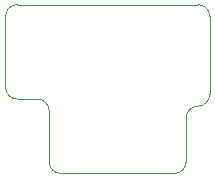
<source format=gbr>
%TF.GenerationSoftware,KiCad,Pcbnew,8.0.4*%
%TF.CreationDate,2024-08-31T12:15:00-06:00*%
%TF.ProjectId,MultiOut,4d756c74-694f-4757-942e-6b696361645f,1*%
%TF.SameCoordinates,Original*%
%TF.FileFunction,Profile,NP*%
%FSLAX46Y46*%
G04 Gerber Fmt 4.6, Leading zero omitted, Abs format (unit mm)*
G04 Created by KiCad (PCBNEW 8.0.4) date 2024-08-31 12:15:00*
%MOMM*%
%LPD*%
G01*
G04 APERTURE LIST*
%TA.AperFunction,Profile*%
%ADD10C,0.050000*%
%TD*%
G04 APERTURE END LIST*
D10*
X133500001Y-86199999D02*
G75*
G02*
X132500001Y-85199999I-1J999999D01*
G01*
X147800001Y-87800001D02*
G75*
G02*
X148800001Y-86800001I999999J1D01*
G01*
X136200000Y-87200000D02*
X136200001Y-91499999D01*
X149799999Y-85799999D02*
G75*
G02*
X148799999Y-86799999I-999999J-1D01*
G01*
X135200000Y-86200000D02*
G75*
G02*
X136200000Y-87200000I0J-1000000D01*
G01*
X149799999Y-85799999D02*
X149800000Y-79200000D01*
X132500002Y-79200000D02*
X132500001Y-85199999D01*
X148800000Y-78200000D02*
G75*
G02*
X149800000Y-79200000I0J-1000000D01*
G01*
X147799999Y-91499999D02*
X147800001Y-87800001D01*
X137200001Y-92499999D02*
X146799999Y-92499999D01*
X132500002Y-79200000D02*
G75*
G02*
X133500002Y-78200002I999998J0D01*
G01*
X133500001Y-86199999D02*
X135200000Y-86200000D01*
X148800000Y-78200000D02*
X133500002Y-78200000D01*
X147799999Y-91499999D02*
G75*
G02*
X146799999Y-92499999I-999999J-1D01*
G01*
X137200001Y-92499999D02*
G75*
G02*
X136200001Y-91499999I-1J999999D01*
G01*
M02*

</source>
